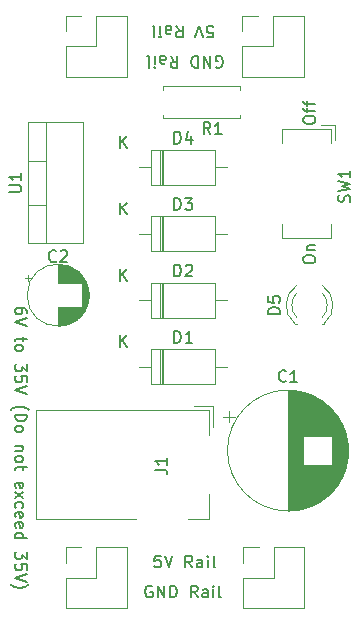
<source format=gto>
G04 #@! TF.GenerationSoftware,KiCad,Pcbnew,(5.1.4)-1*
G04 #@! TF.CreationDate,2021-12-08T13:24:04-07:00*
G04 #@! TF.ProjectId,BreadBoard PS Ver2,42726561-6442-46f6-9172-642050532056,2*
G04 #@! TF.SameCoordinates,Original*
G04 #@! TF.FileFunction,Legend,Top*
G04 #@! TF.FilePolarity,Positive*
%FSLAX46Y46*%
G04 Gerber Fmt 4.6, Leading zero omitted, Abs format (unit mm)*
G04 Created by KiCad (PCBNEW (5.1.4)-1) date 2021-12-08 13:24:04*
%MOMM*%
%LPD*%
G04 APERTURE LIST*
%ADD10C,0.150000*%
%ADD11C,0.120000*%
G04 APERTURE END LIST*
D10*
X158043309Y-74817219D02*
X158519500Y-74817219D01*
X158567119Y-74341028D01*
X158519500Y-74388647D01*
X158424261Y-74436266D01*
X158186166Y-74436266D01*
X158090928Y-74388647D01*
X158043309Y-74341028D01*
X157995690Y-74245790D01*
X157995690Y-74007695D01*
X158043309Y-73912457D01*
X158090928Y-73864838D01*
X158186166Y-73817219D01*
X158424261Y-73817219D01*
X158519500Y-73864838D01*
X158567119Y-73912457D01*
X157709976Y-74817219D02*
X157376642Y-73817219D01*
X157043309Y-74817219D01*
X155376642Y-73817219D02*
X155709976Y-74293409D01*
X155948071Y-73817219D02*
X155948071Y-74817219D01*
X155567119Y-74817219D01*
X155471880Y-74769600D01*
X155424261Y-74721980D01*
X155376642Y-74626742D01*
X155376642Y-74483885D01*
X155424261Y-74388647D01*
X155471880Y-74341028D01*
X155567119Y-74293409D01*
X155948071Y-74293409D01*
X154519500Y-73817219D02*
X154519500Y-74341028D01*
X154567119Y-74436266D01*
X154662357Y-74483885D01*
X154852833Y-74483885D01*
X154948071Y-74436266D01*
X154519500Y-73864838D02*
X154614738Y-73817219D01*
X154852833Y-73817219D01*
X154948071Y-73864838D01*
X154995690Y-73960076D01*
X154995690Y-74055314D01*
X154948071Y-74150552D01*
X154852833Y-74198171D01*
X154614738Y-74198171D01*
X154519500Y-74245790D01*
X154043309Y-73817219D02*
X154043309Y-74483885D01*
X154043309Y-74817219D02*
X154090928Y-74769600D01*
X154043309Y-74721980D01*
X153995690Y-74769600D01*
X154043309Y-74817219D01*
X154043309Y-74721980D01*
X153424261Y-73817219D02*
X153519500Y-73864838D01*
X153567119Y-73960076D01*
X153567119Y-74817219D01*
X158792538Y-77335000D02*
X158887776Y-77382619D01*
X159030633Y-77382619D01*
X159173490Y-77335000D01*
X159268728Y-77239761D01*
X159316347Y-77144523D01*
X159363966Y-76954047D01*
X159363966Y-76811190D01*
X159316347Y-76620714D01*
X159268728Y-76525476D01*
X159173490Y-76430238D01*
X159030633Y-76382619D01*
X158935395Y-76382619D01*
X158792538Y-76430238D01*
X158744919Y-76477857D01*
X158744919Y-76811190D01*
X158935395Y-76811190D01*
X158316347Y-76382619D02*
X158316347Y-77382619D01*
X157744919Y-76382619D01*
X157744919Y-77382619D01*
X157268728Y-76382619D02*
X157268728Y-77382619D01*
X157030633Y-77382619D01*
X156887776Y-77335000D01*
X156792538Y-77239761D01*
X156744919Y-77144523D01*
X156697300Y-76954047D01*
X156697300Y-76811190D01*
X156744919Y-76620714D01*
X156792538Y-76525476D01*
X156887776Y-76430238D01*
X157030633Y-76382619D01*
X157268728Y-76382619D01*
X154935395Y-76382619D02*
X155268728Y-76858809D01*
X155506823Y-76382619D02*
X155506823Y-77382619D01*
X155125871Y-77382619D01*
X155030633Y-77335000D01*
X154983014Y-77287380D01*
X154935395Y-77192142D01*
X154935395Y-77049285D01*
X154983014Y-76954047D01*
X155030633Y-76906428D01*
X155125871Y-76858809D01*
X155506823Y-76858809D01*
X154078252Y-76382619D02*
X154078252Y-76906428D01*
X154125871Y-77001666D01*
X154221109Y-77049285D01*
X154411585Y-77049285D01*
X154506823Y-77001666D01*
X154078252Y-76430238D02*
X154173490Y-76382619D01*
X154411585Y-76382619D01*
X154506823Y-76430238D01*
X154554442Y-76525476D01*
X154554442Y-76620714D01*
X154506823Y-76715952D01*
X154411585Y-76763571D01*
X154173490Y-76763571D01*
X154078252Y-76811190D01*
X153602061Y-76382619D02*
X153602061Y-77049285D01*
X153602061Y-77382619D02*
X153649680Y-77335000D01*
X153602061Y-77287380D01*
X153554442Y-77335000D01*
X153602061Y-77382619D01*
X153602061Y-77287380D01*
X152983014Y-76382619D02*
X153078252Y-76430238D01*
X153125871Y-76525476D01*
X153125871Y-77382619D01*
X153360761Y-121267600D02*
X153265523Y-121219980D01*
X153122666Y-121219980D01*
X152979809Y-121267600D01*
X152884571Y-121362838D01*
X152836952Y-121458076D01*
X152789333Y-121648552D01*
X152789333Y-121791409D01*
X152836952Y-121981885D01*
X152884571Y-122077123D01*
X152979809Y-122172361D01*
X153122666Y-122219980D01*
X153217904Y-122219980D01*
X153360761Y-122172361D01*
X153408380Y-122124742D01*
X153408380Y-121791409D01*
X153217904Y-121791409D01*
X153836952Y-122219980D02*
X153836952Y-121219980D01*
X154408380Y-122219980D01*
X154408380Y-121219980D01*
X154884571Y-122219980D02*
X154884571Y-121219980D01*
X155122666Y-121219980D01*
X155265523Y-121267600D01*
X155360761Y-121362838D01*
X155408380Y-121458076D01*
X155456000Y-121648552D01*
X155456000Y-121791409D01*
X155408380Y-121981885D01*
X155360761Y-122077123D01*
X155265523Y-122172361D01*
X155122666Y-122219980D01*
X154884571Y-122219980D01*
X157217904Y-122219980D02*
X156884571Y-121743790D01*
X156646476Y-122219980D02*
X156646476Y-121219980D01*
X157027428Y-121219980D01*
X157122666Y-121267600D01*
X157170285Y-121315219D01*
X157217904Y-121410457D01*
X157217904Y-121553314D01*
X157170285Y-121648552D01*
X157122666Y-121696171D01*
X157027428Y-121743790D01*
X156646476Y-121743790D01*
X158075047Y-122219980D02*
X158075047Y-121696171D01*
X158027428Y-121600933D01*
X157932190Y-121553314D01*
X157741714Y-121553314D01*
X157646476Y-121600933D01*
X158075047Y-122172361D02*
X157979809Y-122219980D01*
X157741714Y-122219980D01*
X157646476Y-122172361D01*
X157598857Y-122077123D01*
X157598857Y-121981885D01*
X157646476Y-121886647D01*
X157741714Y-121839028D01*
X157979809Y-121839028D01*
X158075047Y-121791409D01*
X158551238Y-122219980D02*
X158551238Y-121553314D01*
X158551238Y-121219980D02*
X158503619Y-121267600D01*
X158551238Y-121315219D01*
X158598857Y-121267600D01*
X158551238Y-121219980D01*
X158551238Y-121315219D01*
X159170285Y-122219980D02*
X159075047Y-122172361D01*
X159027428Y-122077123D01*
X159027428Y-121219980D01*
X154097290Y-118692680D02*
X153621100Y-118692680D01*
X153573480Y-119168871D01*
X153621100Y-119121252D01*
X153716338Y-119073633D01*
X153954433Y-119073633D01*
X154049671Y-119121252D01*
X154097290Y-119168871D01*
X154144909Y-119264109D01*
X154144909Y-119502204D01*
X154097290Y-119597442D01*
X154049671Y-119645061D01*
X153954433Y-119692680D01*
X153716338Y-119692680D01*
X153621100Y-119645061D01*
X153573480Y-119597442D01*
X154430623Y-118692680D02*
X154763957Y-119692680D01*
X155097290Y-118692680D01*
X156763957Y-119692680D02*
X156430623Y-119216490D01*
X156192528Y-119692680D02*
X156192528Y-118692680D01*
X156573480Y-118692680D01*
X156668719Y-118740300D01*
X156716338Y-118787919D01*
X156763957Y-118883157D01*
X156763957Y-119026014D01*
X156716338Y-119121252D01*
X156668719Y-119168871D01*
X156573480Y-119216490D01*
X156192528Y-119216490D01*
X157621100Y-119692680D02*
X157621100Y-119168871D01*
X157573480Y-119073633D01*
X157478242Y-119026014D01*
X157287766Y-119026014D01*
X157192528Y-119073633D01*
X157621100Y-119645061D02*
X157525861Y-119692680D01*
X157287766Y-119692680D01*
X157192528Y-119645061D01*
X157144909Y-119549823D01*
X157144909Y-119454585D01*
X157192528Y-119359347D01*
X157287766Y-119311728D01*
X157525861Y-119311728D01*
X157621100Y-119264109D01*
X158097290Y-119692680D02*
X158097290Y-119026014D01*
X158097290Y-118692680D02*
X158049671Y-118740300D01*
X158097290Y-118787919D01*
X158144909Y-118740300D01*
X158097290Y-118692680D01*
X158097290Y-118787919D01*
X158716338Y-119692680D02*
X158621100Y-119645061D01*
X158573480Y-119549823D01*
X158573480Y-118692680D01*
X142774919Y-98170838D02*
X142774919Y-97980361D01*
X142727300Y-97885123D01*
X142679680Y-97837504D01*
X142536823Y-97742266D01*
X142346347Y-97694647D01*
X141965395Y-97694647D01*
X141870157Y-97742266D01*
X141822538Y-97789885D01*
X141774919Y-97885123D01*
X141774919Y-98075600D01*
X141822538Y-98170838D01*
X141870157Y-98218457D01*
X141965395Y-98266076D01*
X142203490Y-98266076D01*
X142298728Y-98218457D01*
X142346347Y-98170838D01*
X142393966Y-98075600D01*
X142393966Y-97885123D01*
X142346347Y-97789885D01*
X142298728Y-97742266D01*
X142203490Y-97694647D01*
X142774919Y-98551790D02*
X141774919Y-98885123D01*
X142774919Y-99218457D01*
X142441585Y-100170838D02*
X142441585Y-100551790D01*
X142774919Y-100313695D02*
X141917776Y-100313695D01*
X141822538Y-100361314D01*
X141774919Y-100456552D01*
X141774919Y-100551790D01*
X141774919Y-101027980D02*
X141822538Y-100932742D01*
X141870157Y-100885123D01*
X141965395Y-100837504D01*
X142251109Y-100837504D01*
X142346347Y-100885123D01*
X142393966Y-100932742D01*
X142441585Y-101027980D01*
X142441585Y-101170838D01*
X142393966Y-101266076D01*
X142346347Y-101313695D01*
X142251109Y-101361314D01*
X141965395Y-101361314D01*
X141870157Y-101313695D01*
X141822538Y-101266076D01*
X141774919Y-101170838D01*
X141774919Y-101027980D01*
X142774919Y-102456552D02*
X142774919Y-103075600D01*
X142393966Y-102742266D01*
X142393966Y-102885123D01*
X142346347Y-102980361D01*
X142298728Y-103027980D01*
X142203490Y-103075600D01*
X141965395Y-103075600D01*
X141870157Y-103027980D01*
X141822538Y-102980361D01*
X141774919Y-102885123D01*
X141774919Y-102599409D01*
X141822538Y-102504171D01*
X141870157Y-102456552D01*
X142774919Y-103980361D02*
X142774919Y-103504171D01*
X142298728Y-103456552D01*
X142346347Y-103504171D01*
X142393966Y-103599409D01*
X142393966Y-103837504D01*
X142346347Y-103932742D01*
X142298728Y-103980361D01*
X142203490Y-104027980D01*
X141965395Y-104027980D01*
X141870157Y-103980361D01*
X141822538Y-103932742D01*
X141774919Y-103837504D01*
X141774919Y-103599409D01*
X141822538Y-103504171D01*
X141870157Y-103456552D01*
X142774919Y-104313695D02*
X141774919Y-104647028D01*
X142774919Y-104980361D01*
X141393966Y-106361314D02*
X141441585Y-106313695D01*
X141584442Y-106218457D01*
X141679680Y-106170838D01*
X141822538Y-106123219D01*
X142060633Y-106075600D01*
X142251109Y-106075600D01*
X142489204Y-106123219D01*
X142632061Y-106170838D01*
X142727300Y-106218457D01*
X142870157Y-106313695D01*
X142917776Y-106361314D01*
X141774919Y-106742266D02*
X142774919Y-106742266D01*
X142774919Y-106980361D01*
X142727300Y-107123219D01*
X142632061Y-107218457D01*
X142536823Y-107266076D01*
X142346347Y-107313695D01*
X142203490Y-107313695D01*
X142013014Y-107266076D01*
X141917776Y-107218457D01*
X141822538Y-107123219D01*
X141774919Y-106980361D01*
X141774919Y-106742266D01*
X141774919Y-107885123D02*
X141822538Y-107789885D01*
X141870157Y-107742266D01*
X141965395Y-107694647D01*
X142251109Y-107694647D01*
X142346347Y-107742266D01*
X142393966Y-107789885D01*
X142441585Y-107885123D01*
X142441585Y-108027980D01*
X142393966Y-108123219D01*
X142346347Y-108170838D01*
X142251109Y-108218457D01*
X141965395Y-108218457D01*
X141870157Y-108170838D01*
X141822538Y-108123219D01*
X141774919Y-108027980D01*
X141774919Y-107885123D01*
X142441585Y-109408933D02*
X141774919Y-109408933D01*
X142346347Y-109408933D02*
X142393966Y-109456552D01*
X142441585Y-109551790D01*
X142441585Y-109694647D01*
X142393966Y-109789885D01*
X142298728Y-109837504D01*
X141774919Y-109837504D01*
X141774919Y-110456552D02*
X141822538Y-110361314D01*
X141870157Y-110313695D01*
X141965395Y-110266076D01*
X142251109Y-110266076D01*
X142346347Y-110313695D01*
X142393966Y-110361314D01*
X142441585Y-110456552D01*
X142441585Y-110599409D01*
X142393966Y-110694647D01*
X142346347Y-110742266D01*
X142251109Y-110789885D01*
X141965395Y-110789885D01*
X141870157Y-110742266D01*
X141822538Y-110694647D01*
X141774919Y-110599409D01*
X141774919Y-110456552D01*
X142441585Y-111075600D02*
X142441585Y-111456552D01*
X142774919Y-111218457D02*
X141917776Y-111218457D01*
X141822538Y-111266076D01*
X141774919Y-111361314D01*
X141774919Y-111456552D01*
X141822538Y-112932742D02*
X141774919Y-112837504D01*
X141774919Y-112647028D01*
X141822538Y-112551790D01*
X141917776Y-112504171D01*
X142298728Y-112504171D01*
X142393966Y-112551790D01*
X142441585Y-112647028D01*
X142441585Y-112837504D01*
X142393966Y-112932742D01*
X142298728Y-112980361D01*
X142203490Y-112980361D01*
X142108252Y-112504171D01*
X141774919Y-113313695D02*
X142441585Y-113837504D01*
X142441585Y-113313695D02*
X141774919Y-113837504D01*
X141822538Y-114647028D02*
X141774919Y-114551790D01*
X141774919Y-114361314D01*
X141822538Y-114266076D01*
X141870157Y-114218457D01*
X141965395Y-114170838D01*
X142251109Y-114170838D01*
X142346347Y-114218457D01*
X142393966Y-114266076D01*
X142441585Y-114361314D01*
X142441585Y-114551790D01*
X142393966Y-114647028D01*
X141822538Y-115456552D02*
X141774919Y-115361314D01*
X141774919Y-115170838D01*
X141822538Y-115075600D01*
X141917776Y-115027980D01*
X142298728Y-115027980D01*
X142393966Y-115075600D01*
X142441585Y-115170838D01*
X142441585Y-115361314D01*
X142393966Y-115456552D01*
X142298728Y-115504171D01*
X142203490Y-115504171D01*
X142108252Y-115027980D01*
X141822538Y-116313695D02*
X141774919Y-116218457D01*
X141774919Y-116027980D01*
X141822538Y-115932742D01*
X141917776Y-115885123D01*
X142298728Y-115885123D01*
X142393966Y-115932742D01*
X142441585Y-116027980D01*
X142441585Y-116218457D01*
X142393966Y-116313695D01*
X142298728Y-116361314D01*
X142203490Y-116361314D01*
X142108252Y-115885123D01*
X141774919Y-117218457D02*
X142774919Y-117218457D01*
X141822538Y-117218457D02*
X141774919Y-117123219D01*
X141774919Y-116932742D01*
X141822538Y-116837504D01*
X141870157Y-116789885D01*
X141965395Y-116742266D01*
X142251109Y-116742266D01*
X142346347Y-116789885D01*
X142393966Y-116837504D01*
X142441585Y-116932742D01*
X142441585Y-117123219D01*
X142393966Y-117218457D01*
X142774919Y-118361314D02*
X142774919Y-118980361D01*
X142393966Y-118647028D01*
X142393966Y-118789885D01*
X142346347Y-118885123D01*
X142298728Y-118932742D01*
X142203490Y-118980361D01*
X141965395Y-118980361D01*
X141870157Y-118932742D01*
X141822538Y-118885123D01*
X141774919Y-118789885D01*
X141774919Y-118504171D01*
X141822538Y-118408933D01*
X141870157Y-118361314D01*
X142774919Y-119885123D02*
X142774919Y-119408933D01*
X142298728Y-119361314D01*
X142346347Y-119408933D01*
X142393966Y-119504171D01*
X142393966Y-119742266D01*
X142346347Y-119837504D01*
X142298728Y-119885123D01*
X142203490Y-119932742D01*
X141965395Y-119932742D01*
X141870157Y-119885123D01*
X141822538Y-119837504D01*
X141774919Y-119742266D01*
X141774919Y-119504171D01*
X141822538Y-119408933D01*
X141870157Y-119361314D01*
X142774919Y-120218457D02*
X141774919Y-120551790D01*
X142774919Y-120885123D01*
X141393966Y-121123219D02*
X141441585Y-121170838D01*
X141584442Y-121266076D01*
X141679680Y-121313695D01*
X141822538Y-121361314D01*
X142060633Y-121408933D01*
X142251109Y-121408933D01*
X142489204Y-121361314D01*
X142632061Y-121313695D01*
X142727300Y-121266076D01*
X142870157Y-121170838D01*
X142917776Y-121123219D01*
X166190680Y-81883166D02*
X166190680Y-81692690D01*
X166238300Y-81597452D01*
X166333538Y-81502214D01*
X166524014Y-81454595D01*
X166857347Y-81454595D01*
X167047823Y-81502214D01*
X167143061Y-81597452D01*
X167190680Y-81692690D01*
X167190680Y-81883166D01*
X167143061Y-81978404D01*
X167047823Y-82073642D01*
X166857347Y-82121261D01*
X166524014Y-82121261D01*
X166333538Y-82073642D01*
X166238300Y-81978404D01*
X166190680Y-81883166D01*
X166524014Y-81168880D02*
X166524014Y-80787928D01*
X167190680Y-81026023D02*
X166333538Y-81026023D01*
X166238300Y-80978404D01*
X166190680Y-80883166D01*
X166190680Y-80787928D01*
X166524014Y-80597452D02*
X166524014Y-80216500D01*
X167190680Y-80454595D02*
X166333538Y-80454595D01*
X166238300Y-80406976D01*
X166190680Y-80311738D01*
X166190680Y-80216500D01*
X166177980Y-93702119D02*
X166177980Y-93511642D01*
X166225600Y-93416404D01*
X166320838Y-93321166D01*
X166511314Y-93273547D01*
X166844647Y-93273547D01*
X167035123Y-93321166D01*
X167130361Y-93416404D01*
X167177980Y-93511642D01*
X167177980Y-93702119D01*
X167130361Y-93797357D01*
X167035123Y-93892595D01*
X166844647Y-93940214D01*
X166511314Y-93940214D01*
X166320838Y-93892595D01*
X166225600Y-93797357D01*
X166177980Y-93702119D01*
X166511314Y-92844976D02*
X167177980Y-92844976D01*
X166606552Y-92844976D02*
X166558933Y-92797357D01*
X166511314Y-92702119D01*
X166511314Y-92559261D01*
X166558933Y-92464023D01*
X166654171Y-92416404D01*
X167177980Y-92416404D01*
D11*
X142856925Y-94909300D02*
X142856925Y-95409300D01*
X142606925Y-95159300D02*
X143106925Y-95159300D01*
X148012700Y-96350300D02*
X148012700Y-96918300D01*
X147972700Y-96116300D02*
X147972700Y-97152300D01*
X147932700Y-95957300D02*
X147932700Y-97311300D01*
X147892700Y-95829300D02*
X147892700Y-97439300D01*
X147852700Y-95719300D02*
X147852700Y-97549300D01*
X147812700Y-95623300D02*
X147812700Y-97645300D01*
X147772700Y-95536300D02*
X147772700Y-97732300D01*
X147732700Y-95456300D02*
X147732700Y-97812300D01*
X147692700Y-95383300D02*
X147692700Y-97885300D01*
X147652700Y-95315300D02*
X147652700Y-97953300D01*
X147612700Y-95251300D02*
X147612700Y-98017300D01*
X147572700Y-95191300D02*
X147572700Y-98077300D01*
X147532700Y-95134300D02*
X147532700Y-98134300D01*
X147492700Y-95080300D02*
X147492700Y-98188300D01*
X147452700Y-95029300D02*
X147452700Y-98239300D01*
X147412700Y-97674300D02*
X147412700Y-98287300D01*
X147412700Y-94981300D02*
X147412700Y-95594300D01*
X147372700Y-97674300D02*
X147372700Y-98333300D01*
X147372700Y-94935300D02*
X147372700Y-95594300D01*
X147332700Y-97674300D02*
X147332700Y-98377300D01*
X147332700Y-94891300D02*
X147332700Y-95594300D01*
X147292700Y-97674300D02*
X147292700Y-98419300D01*
X147292700Y-94849300D02*
X147292700Y-95594300D01*
X147252700Y-97674300D02*
X147252700Y-98460300D01*
X147252700Y-94808300D02*
X147252700Y-95594300D01*
X147212700Y-97674300D02*
X147212700Y-98498300D01*
X147212700Y-94770300D02*
X147212700Y-95594300D01*
X147172700Y-97674300D02*
X147172700Y-98535300D01*
X147172700Y-94733300D02*
X147172700Y-95594300D01*
X147132700Y-97674300D02*
X147132700Y-98571300D01*
X147132700Y-94697300D02*
X147132700Y-95594300D01*
X147092700Y-97674300D02*
X147092700Y-98605300D01*
X147092700Y-94663300D02*
X147092700Y-95594300D01*
X147052700Y-97674300D02*
X147052700Y-98638300D01*
X147052700Y-94630300D02*
X147052700Y-95594300D01*
X147012700Y-97674300D02*
X147012700Y-98669300D01*
X147012700Y-94599300D02*
X147012700Y-95594300D01*
X146972700Y-97674300D02*
X146972700Y-98699300D01*
X146972700Y-94569300D02*
X146972700Y-95594300D01*
X146932700Y-97674300D02*
X146932700Y-98729300D01*
X146932700Y-94539300D02*
X146932700Y-95594300D01*
X146892700Y-97674300D02*
X146892700Y-98756300D01*
X146892700Y-94512300D02*
X146892700Y-95594300D01*
X146852700Y-97674300D02*
X146852700Y-98783300D01*
X146852700Y-94485300D02*
X146852700Y-95594300D01*
X146812700Y-97674300D02*
X146812700Y-98809300D01*
X146812700Y-94459300D02*
X146812700Y-95594300D01*
X146772700Y-97674300D02*
X146772700Y-98834300D01*
X146772700Y-94434300D02*
X146772700Y-95594300D01*
X146732700Y-97674300D02*
X146732700Y-98858300D01*
X146732700Y-94410300D02*
X146732700Y-95594300D01*
X146692700Y-97674300D02*
X146692700Y-98881300D01*
X146692700Y-94387300D02*
X146692700Y-95594300D01*
X146652700Y-97674300D02*
X146652700Y-98902300D01*
X146652700Y-94366300D02*
X146652700Y-95594300D01*
X146612700Y-97674300D02*
X146612700Y-98924300D01*
X146612700Y-94344300D02*
X146612700Y-95594300D01*
X146572700Y-97674300D02*
X146572700Y-98944300D01*
X146572700Y-94324300D02*
X146572700Y-95594300D01*
X146532700Y-97674300D02*
X146532700Y-98963300D01*
X146532700Y-94305300D02*
X146532700Y-95594300D01*
X146492700Y-97674300D02*
X146492700Y-98982300D01*
X146492700Y-94286300D02*
X146492700Y-95594300D01*
X146452700Y-97674300D02*
X146452700Y-98999300D01*
X146452700Y-94269300D02*
X146452700Y-95594300D01*
X146412700Y-97674300D02*
X146412700Y-99016300D01*
X146412700Y-94252300D02*
X146412700Y-95594300D01*
X146372700Y-97674300D02*
X146372700Y-99032300D01*
X146372700Y-94236300D02*
X146372700Y-95594300D01*
X146332700Y-97674300D02*
X146332700Y-99048300D01*
X146332700Y-94220300D02*
X146332700Y-95594300D01*
X146292700Y-97674300D02*
X146292700Y-99062300D01*
X146292700Y-94206300D02*
X146292700Y-95594300D01*
X146252700Y-97674300D02*
X146252700Y-99076300D01*
X146252700Y-94192300D02*
X146252700Y-95594300D01*
X146212700Y-97674300D02*
X146212700Y-99089300D01*
X146212700Y-94179300D02*
X146212700Y-95594300D01*
X146172700Y-97674300D02*
X146172700Y-99102300D01*
X146172700Y-94166300D02*
X146172700Y-95594300D01*
X146132700Y-97674300D02*
X146132700Y-99114300D01*
X146132700Y-94154300D02*
X146132700Y-95594300D01*
X146091700Y-97674300D02*
X146091700Y-99125300D01*
X146091700Y-94143300D02*
X146091700Y-95594300D01*
X146051700Y-97674300D02*
X146051700Y-99135300D01*
X146051700Y-94133300D02*
X146051700Y-95594300D01*
X146011700Y-97674300D02*
X146011700Y-99145300D01*
X146011700Y-94123300D02*
X146011700Y-95594300D01*
X145971700Y-97674300D02*
X145971700Y-99154300D01*
X145971700Y-94114300D02*
X145971700Y-95594300D01*
X145931700Y-97674300D02*
X145931700Y-99162300D01*
X145931700Y-94106300D02*
X145931700Y-95594300D01*
X145891700Y-97674300D02*
X145891700Y-99170300D01*
X145891700Y-94098300D02*
X145891700Y-95594300D01*
X145851700Y-97674300D02*
X145851700Y-99177300D01*
X145851700Y-94091300D02*
X145851700Y-95594300D01*
X145811700Y-97674300D02*
X145811700Y-99184300D01*
X145811700Y-94084300D02*
X145811700Y-95594300D01*
X145771700Y-97674300D02*
X145771700Y-99190300D01*
X145771700Y-94078300D02*
X145771700Y-95594300D01*
X145731700Y-97674300D02*
X145731700Y-99195300D01*
X145731700Y-94073300D02*
X145731700Y-95594300D01*
X145691700Y-97674300D02*
X145691700Y-99199300D01*
X145691700Y-94069300D02*
X145691700Y-95594300D01*
X145651700Y-97674300D02*
X145651700Y-99203300D01*
X145651700Y-94065300D02*
X145651700Y-95594300D01*
X145611700Y-97674300D02*
X145611700Y-99207300D01*
X145611700Y-94061300D02*
X145611700Y-95594300D01*
X145571700Y-97674300D02*
X145571700Y-99210300D01*
X145571700Y-94058300D02*
X145571700Y-95594300D01*
X145531700Y-97674300D02*
X145531700Y-99212300D01*
X145531700Y-94056300D02*
X145531700Y-95594300D01*
X145491700Y-97674300D02*
X145491700Y-99213300D01*
X145491700Y-94055300D02*
X145491700Y-95594300D01*
X145451700Y-94054300D02*
X145451700Y-95594300D01*
X145451700Y-97674300D02*
X145451700Y-99214300D01*
X145411700Y-94054300D02*
X145411700Y-95594300D01*
X145411700Y-97674300D02*
X145411700Y-99214300D01*
X148031700Y-96634300D02*
G75*
G03X148031700Y-96634300I-2620000J0D01*
G01*
X169989500Y-109791500D02*
G75*
G03X169989500Y-109791500I-5120000J0D01*
G01*
X164869500Y-104711500D02*
X164869500Y-114871500D01*
X164909500Y-104711500D02*
X164909500Y-114871500D01*
X164949500Y-104711500D02*
X164949500Y-114871500D01*
X164989500Y-104712500D02*
X164989500Y-114870500D01*
X165029500Y-104713500D02*
X165029500Y-114869500D01*
X165069500Y-104714500D02*
X165069500Y-114868500D01*
X165109500Y-104716500D02*
X165109500Y-114866500D01*
X165149500Y-104718500D02*
X165149500Y-114864500D01*
X165189500Y-104721500D02*
X165189500Y-114861500D01*
X165229500Y-104723500D02*
X165229500Y-114859500D01*
X165269500Y-104726500D02*
X165269500Y-114856500D01*
X165309500Y-104729500D02*
X165309500Y-114853500D01*
X165349500Y-104733500D02*
X165349500Y-114849500D01*
X165389500Y-104737500D02*
X165389500Y-114845500D01*
X165429500Y-104741500D02*
X165429500Y-114841500D01*
X165469500Y-104746500D02*
X165469500Y-114836500D01*
X165509500Y-104751500D02*
X165509500Y-114831500D01*
X165549500Y-104756500D02*
X165549500Y-114826500D01*
X165590500Y-104761500D02*
X165590500Y-114821500D01*
X165630500Y-104767500D02*
X165630500Y-114815500D01*
X165670500Y-104773500D02*
X165670500Y-114809500D01*
X165710500Y-104780500D02*
X165710500Y-114802500D01*
X165750500Y-104787500D02*
X165750500Y-114795500D01*
X165790500Y-104794500D02*
X165790500Y-114788500D01*
X165830500Y-104801500D02*
X165830500Y-114781500D01*
X165870500Y-104809500D02*
X165870500Y-114773500D01*
X165910500Y-104817500D02*
X165910500Y-114765500D01*
X165950500Y-104826500D02*
X165950500Y-114756500D01*
X165990500Y-104835500D02*
X165990500Y-114747500D01*
X166030500Y-104844500D02*
X166030500Y-114738500D01*
X166070500Y-104853500D02*
X166070500Y-114729500D01*
X166110500Y-104863500D02*
X166110500Y-114719500D01*
X166150500Y-104873500D02*
X166150500Y-108550500D01*
X166150500Y-111032500D02*
X166150500Y-114709500D01*
X166190500Y-104884500D02*
X166190500Y-108550500D01*
X166190500Y-111032500D02*
X166190500Y-114698500D01*
X166230500Y-104894500D02*
X166230500Y-108550500D01*
X166230500Y-111032500D02*
X166230500Y-114688500D01*
X166270500Y-104906500D02*
X166270500Y-108550500D01*
X166270500Y-111032500D02*
X166270500Y-114676500D01*
X166310500Y-104917500D02*
X166310500Y-108550500D01*
X166310500Y-111032500D02*
X166310500Y-114665500D01*
X166350500Y-104929500D02*
X166350500Y-108550500D01*
X166350500Y-111032500D02*
X166350500Y-114653500D01*
X166390500Y-104941500D02*
X166390500Y-108550500D01*
X166390500Y-111032500D02*
X166390500Y-114641500D01*
X166430500Y-104954500D02*
X166430500Y-108550500D01*
X166430500Y-111032500D02*
X166430500Y-114628500D01*
X166470500Y-104967500D02*
X166470500Y-108550500D01*
X166470500Y-111032500D02*
X166470500Y-114615500D01*
X166510500Y-104980500D02*
X166510500Y-108550500D01*
X166510500Y-111032500D02*
X166510500Y-114602500D01*
X166550500Y-104994500D02*
X166550500Y-108550500D01*
X166550500Y-111032500D02*
X166550500Y-114588500D01*
X166590500Y-105008500D02*
X166590500Y-108550500D01*
X166590500Y-111032500D02*
X166590500Y-114574500D01*
X166630500Y-105023500D02*
X166630500Y-108550500D01*
X166630500Y-111032500D02*
X166630500Y-114559500D01*
X166670500Y-105037500D02*
X166670500Y-108550500D01*
X166670500Y-111032500D02*
X166670500Y-114545500D01*
X166710500Y-105053500D02*
X166710500Y-108550500D01*
X166710500Y-111032500D02*
X166710500Y-114529500D01*
X166750500Y-105068500D02*
X166750500Y-108550500D01*
X166750500Y-111032500D02*
X166750500Y-114514500D01*
X166790500Y-105084500D02*
X166790500Y-108550500D01*
X166790500Y-111032500D02*
X166790500Y-114498500D01*
X166830500Y-105101500D02*
X166830500Y-108550500D01*
X166830500Y-111032500D02*
X166830500Y-114481500D01*
X166870500Y-105117500D02*
X166870500Y-108550500D01*
X166870500Y-111032500D02*
X166870500Y-114465500D01*
X166910500Y-105134500D02*
X166910500Y-108550500D01*
X166910500Y-111032500D02*
X166910500Y-114448500D01*
X166950500Y-105152500D02*
X166950500Y-108550500D01*
X166950500Y-111032500D02*
X166950500Y-114430500D01*
X166990500Y-105170500D02*
X166990500Y-108550500D01*
X166990500Y-111032500D02*
X166990500Y-114412500D01*
X167030500Y-105188500D02*
X167030500Y-108550500D01*
X167030500Y-111032500D02*
X167030500Y-114394500D01*
X167070500Y-105207500D02*
X167070500Y-108550500D01*
X167070500Y-111032500D02*
X167070500Y-114375500D01*
X167110500Y-105227500D02*
X167110500Y-108550500D01*
X167110500Y-111032500D02*
X167110500Y-114355500D01*
X167150500Y-105246500D02*
X167150500Y-108550500D01*
X167150500Y-111032500D02*
X167150500Y-114336500D01*
X167190500Y-105266500D02*
X167190500Y-108550500D01*
X167190500Y-111032500D02*
X167190500Y-114316500D01*
X167230500Y-105287500D02*
X167230500Y-108550500D01*
X167230500Y-111032500D02*
X167230500Y-114295500D01*
X167270500Y-105308500D02*
X167270500Y-108550500D01*
X167270500Y-111032500D02*
X167270500Y-114274500D01*
X167310500Y-105329500D02*
X167310500Y-108550500D01*
X167310500Y-111032500D02*
X167310500Y-114253500D01*
X167350500Y-105351500D02*
X167350500Y-108550500D01*
X167350500Y-111032500D02*
X167350500Y-114231500D01*
X167390500Y-105374500D02*
X167390500Y-108550500D01*
X167390500Y-111032500D02*
X167390500Y-114208500D01*
X167430500Y-105396500D02*
X167430500Y-108550500D01*
X167430500Y-111032500D02*
X167430500Y-114186500D01*
X167470500Y-105420500D02*
X167470500Y-108550500D01*
X167470500Y-111032500D02*
X167470500Y-114162500D01*
X167510500Y-105444500D02*
X167510500Y-108550500D01*
X167510500Y-111032500D02*
X167510500Y-114138500D01*
X167550500Y-105468500D02*
X167550500Y-108550500D01*
X167550500Y-111032500D02*
X167550500Y-114114500D01*
X167590500Y-105493500D02*
X167590500Y-108550500D01*
X167590500Y-111032500D02*
X167590500Y-114089500D01*
X167630500Y-105518500D02*
X167630500Y-108550500D01*
X167630500Y-111032500D02*
X167630500Y-114064500D01*
X167670500Y-105544500D02*
X167670500Y-108550500D01*
X167670500Y-111032500D02*
X167670500Y-114038500D01*
X167710500Y-105570500D02*
X167710500Y-108550500D01*
X167710500Y-111032500D02*
X167710500Y-114012500D01*
X167750500Y-105597500D02*
X167750500Y-108550500D01*
X167750500Y-111032500D02*
X167750500Y-113985500D01*
X167790500Y-105625500D02*
X167790500Y-108550500D01*
X167790500Y-111032500D02*
X167790500Y-113957500D01*
X167830500Y-105653500D02*
X167830500Y-108550500D01*
X167830500Y-111032500D02*
X167830500Y-113929500D01*
X167870500Y-105681500D02*
X167870500Y-108550500D01*
X167870500Y-111032500D02*
X167870500Y-113901500D01*
X167910500Y-105711500D02*
X167910500Y-108550500D01*
X167910500Y-111032500D02*
X167910500Y-113871500D01*
X167950500Y-105741500D02*
X167950500Y-108550500D01*
X167950500Y-111032500D02*
X167950500Y-113841500D01*
X167990500Y-105771500D02*
X167990500Y-108550500D01*
X167990500Y-111032500D02*
X167990500Y-113811500D01*
X168030500Y-105802500D02*
X168030500Y-108550500D01*
X168030500Y-111032500D02*
X168030500Y-113780500D01*
X168070500Y-105834500D02*
X168070500Y-108550500D01*
X168070500Y-111032500D02*
X168070500Y-113748500D01*
X168110500Y-105866500D02*
X168110500Y-108550500D01*
X168110500Y-111032500D02*
X168110500Y-113716500D01*
X168150500Y-105899500D02*
X168150500Y-108550500D01*
X168150500Y-111032500D02*
X168150500Y-113683500D01*
X168190500Y-105933500D02*
X168190500Y-108550500D01*
X168190500Y-111032500D02*
X168190500Y-113649500D01*
X168230500Y-105967500D02*
X168230500Y-108550500D01*
X168230500Y-111032500D02*
X168230500Y-113615500D01*
X168270500Y-106002500D02*
X168270500Y-108550500D01*
X168270500Y-111032500D02*
X168270500Y-113580500D01*
X168310500Y-106038500D02*
X168310500Y-108550500D01*
X168310500Y-111032500D02*
X168310500Y-113544500D01*
X168350500Y-106075500D02*
X168350500Y-108550500D01*
X168350500Y-111032500D02*
X168350500Y-113507500D01*
X168390500Y-106112500D02*
X168390500Y-108550500D01*
X168390500Y-111032500D02*
X168390500Y-113470500D01*
X168430500Y-106151500D02*
X168430500Y-108550500D01*
X168430500Y-111032500D02*
X168430500Y-113431500D01*
X168470500Y-106190500D02*
X168470500Y-108550500D01*
X168470500Y-111032500D02*
X168470500Y-113392500D01*
X168510500Y-106230500D02*
X168510500Y-108550500D01*
X168510500Y-111032500D02*
X168510500Y-113352500D01*
X168550500Y-106271500D02*
X168550500Y-108550500D01*
X168550500Y-111032500D02*
X168550500Y-113311500D01*
X168590500Y-106313500D02*
X168590500Y-108550500D01*
X168590500Y-111032500D02*
X168590500Y-113269500D01*
X168630500Y-106355500D02*
X168630500Y-113227500D01*
X168670500Y-106399500D02*
X168670500Y-113183500D01*
X168710500Y-106444500D02*
X168710500Y-113138500D01*
X168750500Y-106490500D02*
X168750500Y-113092500D01*
X168790500Y-106537500D02*
X168790500Y-113045500D01*
X168830500Y-106585500D02*
X168830500Y-112997500D01*
X168870500Y-106635500D02*
X168870500Y-112947500D01*
X168910500Y-106685500D02*
X168910500Y-112897500D01*
X168950500Y-106737500D02*
X168950500Y-112845500D01*
X168990500Y-106791500D02*
X168990500Y-112791500D01*
X169030500Y-106846500D02*
X169030500Y-112736500D01*
X169070500Y-106902500D02*
X169070500Y-112680500D01*
X169110500Y-106961500D02*
X169110500Y-112621500D01*
X169150500Y-107021500D02*
X169150500Y-112561500D01*
X169190500Y-107082500D02*
X169190500Y-112500500D01*
X169230500Y-107146500D02*
X169230500Y-112436500D01*
X169270500Y-107212500D02*
X169270500Y-112370500D01*
X169310500Y-107281500D02*
X169310500Y-112301500D01*
X169350500Y-107352500D02*
X169350500Y-112230500D01*
X169390500Y-107426500D02*
X169390500Y-112156500D01*
X169430500Y-107502500D02*
X169430500Y-112080500D01*
X169470500Y-107582500D02*
X169470500Y-112000500D01*
X169510500Y-107666500D02*
X169510500Y-111916500D01*
X169550500Y-107754500D02*
X169550500Y-111828500D01*
X169590500Y-107847500D02*
X169590500Y-111735500D01*
X169630500Y-107945500D02*
X169630500Y-111637500D01*
X169670500Y-108049500D02*
X169670500Y-111533500D01*
X169710500Y-108161500D02*
X169710500Y-111421500D01*
X169750500Y-108281500D02*
X169750500Y-111301500D01*
X169790500Y-108413500D02*
X169790500Y-111169500D01*
X169830500Y-108561500D02*
X169830500Y-111021500D01*
X169870500Y-108729500D02*
X169870500Y-110853500D01*
X169910500Y-108929500D02*
X169910500Y-110653500D01*
X169950500Y-109192500D02*
X169950500Y-110390500D01*
X159389854Y-106916500D02*
X160389854Y-106916500D01*
X159889854Y-106416500D02*
X159889854Y-107416500D01*
X153271000Y-101222200D02*
X153271000Y-104162200D01*
X153271000Y-104162200D02*
X158711000Y-104162200D01*
X158711000Y-104162200D02*
X158711000Y-101222200D01*
X158711000Y-101222200D02*
X153271000Y-101222200D01*
X152251000Y-102692200D02*
X153271000Y-102692200D01*
X159731000Y-102692200D02*
X158711000Y-102692200D01*
X154171000Y-101222200D02*
X154171000Y-104162200D01*
X154291000Y-101222200D02*
X154291000Y-104162200D01*
X154051000Y-101222200D02*
X154051000Y-104162200D01*
X154051000Y-95599675D02*
X154051000Y-98539675D01*
X154291000Y-95599675D02*
X154291000Y-98539675D01*
X154171000Y-95599675D02*
X154171000Y-98539675D01*
X159731000Y-97069675D02*
X158711000Y-97069675D01*
X152251000Y-97069675D02*
X153271000Y-97069675D01*
X158711000Y-95599675D02*
X153271000Y-95599675D01*
X158711000Y-98539675D02*
X158711000Y-95599675D01*
X153271000Y-98539675D02*
X158711000Y-98539675D01*
X153271000Y-95599675D02*
X153271000Y-98539675D01*
X153271000Y-89977150D02*
X153271000Y-92917150D01*
X153271000Y-92917150D02*
X158711000Y-92917150D01*
X158711000Y-92917150D02*
X158711000Y-89977150D01*
X158711000Y-89977150D02*
X153271000Y-89977150D01*
X152251000Y-91447150D02*
X153271000Y-91447150D01*
X159731000Y-91447150D02*
X158711000Y-91447150D01*
X154171000Y-89977150D02*
X154171000Y-92917150D01*
X154291000Y-89977150D02*
X154291000Y-92917150D01*
X154051000Y-89977150D02*
X154051000Y-92917150D01*
X154051000Y-84354625D02*
X154051000Y-87294625D01*
X154291000Y-84354625D02*
X154291000Y-87294625D01*
X154171000Y-84354625D02*
X154171000Y-87294625D01*
X159731000Y-85824625D02*
X158711000Y-85824625D01*
X152251000Y-85824625D02*
X153271000Y-85824625D01*
X158711000Y-84354625D02*
X153271000Y-84354625D01*
X158711000Y-87294625D02*
X158711000Y-84354625D01*
X153271000Y-87294625D02*
X158711000Y-87294625D01*
X153271000Y-84354625D02*
X153271000Y-87294625D01*
X165621592Y-95812865D02*
G75*
G03X165464684Y-99045200I1078608J-1672335D01*
G01*
X167778808Y-95812865D02*
G75*
G02X167935716Y-99045200I-1078608J-1672335D01*
G01*
X165620363Y-96444070D02*
G75*
G03X165620200Y-98526161I1079837J-1041130D01*
G01*
X167780037Y-96444070D02*
G75*
G02X167780200Y-98526161I-1079837J-1041130D01*
G01*
X165464200Y-99045200D02*
X165620200Y-99045200D01*
X167780200Y-99045200D02*
X167936200Y-99045200D01*
X152013300Y-115559900D02*
X143513300Y-115559900D01*
X143513300Y-115559900D02*
X143513300Y-106359900D01*
X143513300Y-106359900D02*
X158213300Y-106359900D01*
X158213300Y-113459900D02*
X158213300Y-115559900D01*
X158213300Y-115559900D02*
X156413300Y-115559900D01*
X158513300Y-107759900D02*
X158513300Y-106059900D01*
X158513300Y-106059900D02*
X156913300Y-106059900D01*
X158213300Y-106359900D02*
X158213300Y-108459900D01*
X146057500Y-123161100D02*
X151257500Y-123161100D01*
X146057500Y-120561100D02*
X146057500Y-123161100D01*
X151257500Y-117961100D02*
X151257500Y-123161100D01*
X146057500Y-120561100D02*
X148657500Y-120561100D01*
X148657500Y-120561100D02*
X148657500Y-117961100D01*
X148657500Y-117961100D02*
X151257500Y-117961100D01*
X146057500Y-119291100D02*
X146057500Y-117961100D01*
X146057500Y-117961100D02*
X147387500Y-117961100D01*
X161005400Y-72977700D02*
X162335400Y-72977700D01*
X161005400Y-74307700D02*
X161005400Y-72977700D01*
X163605400Y-72977700D02*
X166205400Y-72977700D01*
X163605400Y-75577700D02*
X163605400Y-72977700D01*
X161005400Y-75577700D02*
X163605400Y-75577700D01*
X166205400Y-72977700D02*
X166205400Y-78177700D01*
X161005400Y-75577700D02*
X161005400Y-78177700D01*
X161005400Y-78177700D02*
X166205400Y-78177700D01*
X146057500Y-72977700D02*
X147387500Y-72977700D01*
X146057500Y-74307700D02*
X146057500Y-72977700D01*
X148657500Y-72977700D02*
X151257500Y-72977700D01*
X148657500Y-75577700D02*
X148657500Y-72977700D01*
X146057500Y-75577700D02*
X148657500Y-75577700D01*
X151257500Y-72977700D02*
X151257500Y-78177700D01*
X146057500Y-75577700D02*
X146057500Y-78177700D01*
X146057500Y-78177700D02*
X151257500Y-78177700D01*
X161068900Y-123161100D02*
X166268900Y-123161100D01*
X161068900Y-120561100D02*
X161068900Y-123161100D01*
X166268900Y-117961100D02*
X166268900Y-123161100D01*
X161068900Y-120561100D02*
X163668900Y-120561100D01*
X163668900Y-120561100D02*
X163668900Y-117961100D01*
X163668900Y-117961100D02*
X166268900Y-117961100D01*
X161068900Y-119291100D02*
X161068900Y-117961100D01*
X161068900Y-117961100D02*
X162398900Y-117961100D01*
X154291000Y-79262100D02*
X154291000Y-78932100D01*
X154291000Y-78932100D02*
X160831000Y-78932100D01*
X160831000Y-78932100D02*
X160831000Y-79262100D01*
X154291000Y-81342100D02*
X154291000Y-81672100D01*
X154291000Y-81672100D02*
X160831000Y-81672100D01*
X160831000Y-81672100D02*
X160831000Y-81342100D01*
X168834500Y-82270900D02*
X167634500Y-82270900D01*
X168834500Y-83470900D02*
X168834500Y-82270900D01*
X164334500Y-91770900D02*
X164334500Y-90570900D01*
X168534500Y-91770900D02*
X164334500Y-91770900D01*
X168534500Y-90570900D02*
X168534500Y-91770900D01*
X164334500Y-82570900D02*
X164334500Y-83770900D01*
X168534500Y-82570900D02*
X164334500Y-82570900D01*
X168534500Y-83770900D02*
X168534500Y-82570900D01*
X142843500Y-92242000D02*
X142843500Y-82002000D01*
X147484500Y-92242000D02*
X147484500Y-82002000D01*
X142843500Y-92242000D02*
X147484500Y-92242000D01*
X142843500Y-82002000D02*
X147484500Y-82002000D01*
X144353500Y-92242000D02*
X144353500Y-82002000D01*
X142843500Y-88972000D02*
X144353500Y-88972000D01*
X142843500Y-85271000D02*
X144353500Y-85271000D01*
D10*
X145245033Y-93741442D02*
X145197414Y-93789061D01*
X145054557Y-93836680D01*
X144959319Y-93836680D01*
X144816461Y-93789061D01*
X144721223Y-93693823D01*
X144673604Y-93598585D01*
X144625985Y-93408109D01*
X144625985Y-93265252D01*
X144673604Y-93074776D01*
X144721223Y-92979538D01*
X144816461Y-92884300D01*
X144959319Y-92836680D01*
X145054557Y-92836680D01*
X145197414Y-92884300D01*
X145245033Y-92931919D01*
X145625985Y-92931919D02*
X145673604Y-92884300D01*
X145768842Y-92836680D01*
X146006938Y-92836680D01*
X146102176Y-92884300D01*
X146149795Y-92931919D01*
X146197414Y-93027157D01*
X146197414Y-93122395D01*
X146149795Y-93265252D01*
X145578366Y-93836680D01*
X146197414Y-93836680D01*
X164702833Y-103898642D02*
X164655214Y-103946261D01*
X164512357Y-103993880D01*
X164417119Y-103993880D01*
X164274261Y-103946261D01*
X164179023Y-103851023D01*
X164131404Y-103755785D01*
X164083785Y-103565309D01*
X164083785Y-103422452D01*
X164131404Y-103231976D01*
X164179023Y-103136738D01*
X164274261Y-103041500D01*
X164417119Y-102993880D01*
X164512357Y-102993880D01*
X164655214Y-103041500D01*
X164702833Y-103089119D01*
X165655214Y-103993880D02*
X165083785Y-103993880D01*
X165369500Y-103993880D02*
X165369500Y-102993880D01*
X165274261Y-103136738D01*
X165179023Y-103231976D01*
X165083785Y-103279595D01*
X155252904Y-100674580D02*
X155252904Y-99674580D01*
X155491000Y-99674580D01*
X155633857Y-99722200D01*
X155729095Y-99817438D01*
X155776714Y-99912676D01*
X155824333Y-100103152D01*
X155824333Y-100246009D01*
X155776714Y-100436485D01*
X155729095Y-100531723D01*
X155633857Y-100626961D01*
X155491000Y-100674580D01*
X155252904Y-100674580D01*
X156776714Y-100674580D02*
X156205285Y-100674580D01*
X156491000Y-100674580D02*
X156491000Y-99674580D01*
X156395761Y-99817438D01*
X156300523Y-99912676D01*
X156205285Y-99960295D01*
X150649095Y-101044580D02*
X150649095Y-100044580D01*
X151220523Y-101044580D02*
X150791952Y-100473152D01*
X151220523Y-100044580D02*
X150649095Y-100616009D01*
X155252904Y-95052055D02*
X155252904Y-94052055D01*
X155491000Y-94052055D01*
X155633857Y-94099675D01*
X155729095Y-94194913D01*
X155776714Y-94290151D01*
X155824333Y-94480627D01*
X155824333Y-94623484D01*
X155776714Y-94813960D01*
X155729095Y-94909198D01*
X155633857Y-95004436D01*
X155491000Y-95052055D01*
X155252904Y-95052055D01*
X156205285Y-94147294D02*
X156252904Y-94099675D01*
X156348142Y-94052055D01*
X156586238Y-94052055D01*
X156681476Y-94099675D01*
X156729095Y-94147294D01*
X156776714Y-94242532D01*
X156776714Y-94337770D01*
X156729095Y-94480627D01*
X156157666Y-95052055D01*
X156776714Y-95052055D01*
X150649095Y-95422055D02*
X150649095Y-94422055D01*
X151220523Y-95422055D02*
X150791952Y-94850627D01*
X151220523Y-94422055D02*
X150649095Y-94993484D01*
X155252904Y-89429530D02*
X155252904Y-88429530D01*
X155491000Y-88429530D01*
X155633857Y-88477150D01*
X155729095Y-88572388D01*
X155776714Y-88667626D01*
X155824333Y-88858102D01*
X155824333Y-89000959D01*
X155776714Y-89191435D01*
X155729095Y-89286673D01*
X155633857Y-89381911D01*
X155491000Y-89429530D01*
X155252904Y-89429530D01*
X156157666Y-88429530D02*
X156776714Y-88429530D01*
X156443380Y-88810483D01*
X156586238Y-88810483D01*
X156681476Y-88858102D01*
X156729095Y-88905721D01*
X156776714Y-89000959D01*
X156776714Y-89239054D01*
X156729095Y-89334292D01*
X156681476Y-89381911D01*
X156586238Y-89429530D01*
X156300523Y-89429530D01*
X156205285Y-89381911D01*
X156157666Y-89334292D01*
X150649095Y-89799530D02*
X150649095Y-88799530D01*
X151220523Y-89799530D02*
X150791952Y-89228102D01*
X151220523Y-88799530D02*
X150649095Y-89370959D01*
X155252904Y-83807005D02*
X155252904Y-82807005D01*
X155491000Y-82807005D01*
X155633857Y-82854625D01*
X155729095Y-82949863D01*
X155776714Y-83045101D01*
X155824333Y-83235577D01*
X155824333Y-83378434D01*
X155776714Y-83568910D01*
X155729095Y-83664148D01*
X155633857Y-83759386D01*
X155491000Y-83807005D01*
X155252904Y-83807005D01*
X156681476Y-83140339D02*
X156681476Y-83807005D01*
X156443380Y-82759386D02*
X156205285Y-83473672D01*
X156824333Y-83473672D01*
X150649095Y-84177005D02*
X150649095Y-83177005D01*
X151220523Y-84177005D02*
X150791952Y-83605577D01*
X151220523Y-83177005D02*
X150649095Y-83748434D01*
X164192580Y-98223295D02*
X163192580Y-98223295D01*
X163192580Y-97985200D01*
X163240200Y-97842342D01*
X163335438Y-97747104D01*
X163430676Y-97699485D01*
X163621152Y-97651866D01*
X163764009Y-97651866D01*
X163954485Y-97699485D01*
X164049723Y-97747104D01*
X164144961Y-97842342D01*
X164192580Y-97985200D01*
X164192580Y-98223295D01*
X163192580Y-96747104D02*
X163192580Y-97223295D01*
X163668771Y-97270914D01*
X163621152Y-97223295D01*
X163573533Y-97128057D01*
X163573533Y-96889961D01*
X163621152Y-96794723D01*
X163668771Y-96747104D01*
X163764009Y-96699485D01*
X164002104Y-96699485D01*
X164097342Y-96747104D01*
X164144961Y-96794723D01*
X164192580Y-96889961D01*
X164192580Y-97128057D01*
X164144961Y-97223295D01*
X164097342Y-97270914D01*
X153643080Y-111420233D02*
X154357366Y-111420233D01*
X154500223Y-111467852D01*
X154595461Y-111563090D01*
X154643080Y-111705947D01*
X154643080Y-111801185D01*
X154643080Y-110420233D02*
X154643080Y-110991661D01*
X154643080Y-110705947D02*
X153643080Y-110705947D01*
X153785938Y-110801185D01*
X153881176Y-110896423D01*
X153928795Y-110991661D01*
X158316633Y-82989680D02*
X157983300Y-82513490D01*
X157745204Y-82989680D02*
X157745204Y-81989680D01*
X158126157Y-81989680D01*
X158221395Y-82037300D01*
X158269014Y-82084919D01*
X158316633Y-82180157D01*
X158316633Y-82323014D01*
X158269014Y-82418252D01*
X158221395Y-82465871D01*
X158126157Y-82513490D01*
X157745204Y-82513490D01*
X159269014Y-82989680D02*
X158697585Y-82989680D01*
X158983300Y-82989680D02*
X158983300Y-81989680D01*
X158888061Y-82132538D01*
X158792823Y-82227776D01*
X158697585Y-82275395D01*
X170089261Y-88754233D02*
X170136880Y-88611376D01*
X170136880Y-88373280D01*
X170089261Y-88278042D01*
X170041642Y-88230423D01*
X169946404Y-88182804D01*
X169851166Y-88182804D01*
X169755928Y-88230423D01*
X169708309Y-88278042D01*
X169660690Y-88373280D01*
X169613071Y-88563757D01*
X169565452Y-88658995D01*
X169517833Y-88706614D01*
X169422595Y-88754233D01*
X169327357Y-88754233D01*
X169232119Y-88706614D01*
X169184500Y-88658995D01*
X169136880Y-88563757D01*
X169136880Y-88325661D01*
X169184500Y-88182804D01*
X169136880Y-87849471D02*
X170136880Y-87611376D01*
X169422595Y-87420900D01*
X170136880Y-87230423D01*
X169136880Y-86992328D01*
X170136880Y-86087566D02*
X170136880Y-86658995D01*
X170136880Y-86373280D02*
X169136880Y-86373280D01*
X169279738Y-86468519D01*
X169374976Y-86563757D01*
X169422595Y-86658995D01*
X141295880Y-87883904D02*
X142105404Y-87883904D01*
X142200642Y-87836285D01*
X142248261Y-87788666D01*
X142295880Y-87693428D01*
X142295880Y-87502952D01*
X142248261Y-87407714D01*
X142200642Y-87360095D01*
X142105404Y-87312476D01*
X141295880Y-87312476D01*
X142295880Y-86312476D02*
X142295880Y-86883904D01*
X142295880Y-86598190D02*
X141295880Y-86598190D01*
X141438738Y-86693428D01*
X141533976Y-86788666D01*
X141581595Y-86883904D01*
M02*

</source>
